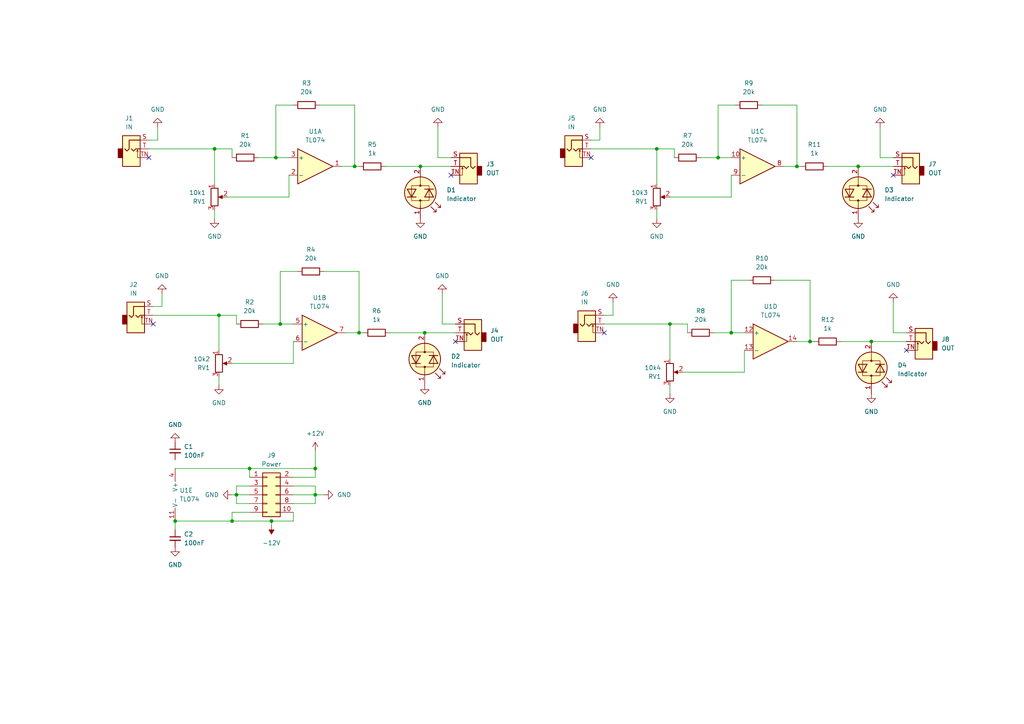
<source format=kicad_sch>
(kicad_sch (version 20211123) (generator eeschema)
  (paper "A4")
  (lib_symbols
    (symbol "Amplifier_Operational:TL074" (pin_names (offset 0.127))
      (property "Reference" "U" (at 0 5.08 0))
      (property "Value" "TL074" (at 0 -5.08 0))
      (symbol "TL074_1_1"
        (polyline (pts (xy -5.08 5.08) (xy 5.08 0) (xy -5.08 -5.08) (xy -5.08 5.08)) (stroke (width 0.254)) (fill (type background)))
        (pin output line (at 7.62 0 180) (length 2.54) (name "~") (number "1"))
        (pin input line (at -7.62 -2.54 0) (length 2.54) (name "-") (number "2"))
        (pin input line (at -7.62 2.54 0) (length 2.54) (name "+") (number "3"))
      )
      (symbol "TL074_2_1"
        (polyline (pts (xy -5.08 5.08) (xy 5.08 0) (xy -5.08 -5.08) (xy -5.08 5.08)) (stroke (width 0.254)) (fill (type background)))
        (pin input line (at -7.62 2.54 0) (length 2.54) (name "+") (number "5"))
        (pin input line (at -7.62 -2.54 0) (length 2.54) (name "-") (number "6"))
        (pin output line (at 7.62 0 180) (length 2.54) (name "~") (number "7"))
      )
      (symbol "TL074_3_1"
        (polyline (pts (xy -5.08 5.08) (xy 5.08 0) (xy -5.08 -5.08) (xy -5.08 5.08)) (stroke (width 0.254)) (fill (type background)))
        (pin input line (at -7.62 2.54 0) (length 2.54) (name "+") (number "10"))
        (pin output line (at 7.62 0 180) (length 2.54) (name "~") (number "8"))
        (pin input line (at -7.62 -2.54 0) (length 2.54) (name "-") (number "9"))
      )
      (symbol "TL074_4_1"
        (polyline (pts (xy -5.08 5.08) (xy 5.08 0) (xy -5.08 -5.08) (xy -5.08 5.08)) (stroke (width 0.254)) (fill (type background)))
        (pin input line (at -7.62 2.54 0) (length 2.54) (name "+") (number "12"))
        (pin input line (at -7.62 -2.54 0) (length 2.54) (name "-") (number "13"))
        (pin output line (at 7.62 0 180) (length 2.54) (name "~") (number "14"))
      )
      (symbol "TL074_5_1"
        (pin power_in line (at -2.54 -7.62 90) (length 3.81) (name "V-") (number "11"))
        (pin power_in line (at -2.54 7.62 270) (length 3.81) (name "V+") (number "4"))
      )
    )
    (symbol "Connector:AudioJack2_SwitchT"
      (property "Reference" "J" (at 0 8.89 0))
      (property "Value" "AudioJack2_SwitchT" (at 0 6.35 0))
      (symbol "AudioJack2_SwitchT_0_1"
        (rectangle (start -2.54 0) (end -3.81 -2.54) (stroke (width 0.254)) (fill (type outline)))
        (polyline (pts (xy 1.778 -0.254) (xy 2.032 -0.762)))
        (polyline (pts (xy 0 0) (xy 0.635 -0.635) (xy 1.27 0) (xy 2.54 0)) (stroke (width 0.254)))
        (polyline (pts (xy 2.54 -2.54) (xy 1.778 -2.54) (xy 1.778 -0.254) (xy 1.524 -0.762)))
        (polyline (pts (xy 2.54 2.54) (xy -0.635 2.54) (xy -0.635 0) (xy -1.27 -0.635) (xy -1.905 0)) (stroke (width 0.254)))
        (rectangle (start 2.54 3.81) (end -2.54 -5.08) (stroke (width 0.254)) (fill (type background)))
      )
      (symbol "AudioJack2_SwitchT_1_1"
        (pin passive line (at 5.08 2.54 180) (length 2.54) (name "~") (number "S"))
        (pin passive line (at 5.08 0 180) (length 2.54) (name "~") (number "T"))
        (pin passive line (at 5.08 -2.54 180) (length 2.54) (name "~") (number "TN"))
      )
    )
    (symbol "Connector_Generic:Conn_02x05_Odd_Even" (pin_names (offset 1.016) hide)
      (property "Reference" "J" (at 1.27 7.62 0))
      (property "Value" "Conn_02x05_Odd_Even" (at 1.27 -7.62 0))
      (symbol "Conn_02x05_Odd_Even_1_1"
        (rectangle (start -1.27 -4.953) (end 0 -5.207) (stroke (width 0.1524)))
        (rectangle (start -1.27 -2.413) (end 0 -2.667) (stroke (width 0.1524)))
        (rectangle (start -1.27 0.127) (end 0 -0.127) (stroke (width 0.1524)))
        (rectangle (start -1.27 2.667) (end 0 2.413) (stroke (width 0.1524)))
        (rectangle (start -1.27 5.207) (end 0 4.953) (stroke (width 0.1524)))
        (rectangle (start -1.27 6.35) (end 3.81 -6.35) (stroke (width 0.254)) (fill (type background)))
        (rectangle (start 3.81 -4.953) (end 2.54 -5.207) (stroke (width 0.1524)))
        (rectangle (start 3.81 -2.413) (end 2.54 -2.667) (stroke (width 0.1524)))
        (rectangle (start 3.81 0.127) (end 2.54 -0.127) (stroke (width 0.1524)))
        (rectangle (start 3.81 2.667) (end 2.54 2.413) (stroke (width 0.1524)))
        (rectangle (start 3.81 5.207) (end 2.54 4.953) (stroke (width 0.1524)))
        (pin passive line (at -5.08 5.08 0) (length 3.81) (name "Pin_1") (number "1"))
        (pin passive line (at 7.62 -5.08 180) (length 3.81) (name "Pin_10") (number "10"))
        (pin passive line (at 7.62 5.08 180) (length 3.81) (name "Pin_2") (number "2"))
        (pin passive line (at -5.08 2.54 0) (length 3.81) (name "Pin_3") (number "3"))
        (pin passive line (at 7.62 2.54 180) (length 3.81) (name "Pin_4") (number "4"))
        (pin passive line (at -5.08 0 0) (length 3.81) (name "Pin_5") (number "5"))
        (pin passive line (at 7.62 0 180) (length 3.81) (name "Pin_6") (number "6"))
        (pin passive line (at -5.08 -2.54 0) (length 3.81) (name "Pin_7") (number "7"))
        (pin passive line (at 7.62 -2.54 180) (length 3.81) (name "Pin_8") (number "8"))
        (pin passive line (at -5.08 -5.08 0) (length 3.81) (name "Pin_9") (number "9"))
      )
    )
    (symbol "Device:C_Small" (pin_numbers hide) (pin_names (offset 0.254) hide)
      (property "Reference" "C" (at 0.254 1.778 0))
      (property "Value" "C_Small" (at 0.254 -2.032 0))
      (symbol "C_Small_0_1"
        (polyline (pts (xy -1.524 -0.508) (xy 1.524 -0.508)) (stroke (width 0.3302)))
        (polyline (pts (xy -1.524 0.508) (xy 1.524 0.508)) (stroke (width 0.3048)))
      )
      (symbol "C_Small_1_1"
        (pin passive line (at 0 2.54 270) (length 2.032) (name "~") (number "1"))
        (pin passive line (at 0 -2.54 90) (length 2.032) (name "~") (number "2"))
      )
    )
    (symbol "Device:LED_Dual_Bidirectional" (pin_names (offset 0) hide)
      (property "Reference" "D" (at 0 5.715 0))
      (property "Value" "LED_Dual_Bidirectional" (at 0 -6.35 0))
      (symbol "LED_Dual_Bidirectional_0_1"
        (circle (center -2.032 0) (radius 0.254) (fill (type outline)))
        (polyline (pts (xy -4.572 0) (xy -2.54 0)))
        (polyline (pts (xy -2.032 0) (xy -2.54 0)))
        (polyline (pts (xy -1.016 3.81) (xy -1.016 1.27)) (stroke (width 0.254)))
        (polyline (pts (xy 1.27 -1.27) (xy 1.27 -3.81)) (stroke (width 0.254)))
        (polyline (pts (xy 4.064 0) (xy 2.286 0)) (fill (type outline)))
        (polyline (pts (xy 4.318 5.842) (xy 4.318 5.08)) (stroke (width 0.2032)))
        (polyline (pts (xy 5.588 4.572) (xy 5.588 3.81)) (stroke (width 0.2032)))
        (polyline (pts (xy 2.794 4.318) (xy 4.318 5.842) (xy 3.556 5.842)) (stroke (width 0.2032)))
        (polyline (pts (xy 4.064 3.048) (xy 5.588 4.572) (xy 4.826 4.572)) (stroke (width 0.2032)))
        (polyline (pts (xy -1.016 -1.27) (xy -1.016 -3.81) (xy 1.27 -2.54) (xy -1.016 -1.27)) (stroke (width 0.254)))
        (polyline (pts (xy 1.27 3.81) (xy 1.27 1.27) (xy -1.016 2.54) (xy 1.27 3.81)) (stroke (width 0.254)))
        (polyline (pts (xy 2.286 2.54) (xy -2.032 2.54) (xy -2.032 -2.54) (xy 2.286 -2.54) (xy 2.286 2.54)))
        (circle (center 0 0) (radius 4.572) (stroke (width 0.254)) (fill (type background)))
        (circle (center 2.286 0) (radius 0.254) (fill (type outline)))
      )
      (symbol "LED_Dual_Bidirectional_1_1"
        (pin input line (at 7.62 0 180) (length 3.81) (name "KA") (number "1"))
        (pin input line (at -7.62 0 0) (length 3.048) (name "AK") (number "2"))
      )
    )
    (symbol "Device:R" (pin_numbers hide) (pin_names (offset 0))
      (property "Reference" "R" (at 2.032 0 90))
      (property "Value" "R" (at 0 0 90))
      (symbol "R_0_1"
        (rectangle (start -1.016 -2.54) (end 1.016 2.54) (stroke (width 0.254)))
      )
      (symbol "R_1_1"
        (pin passive line (at 0 3.81 270) (length 1.27) (name "~") (number "1"))
        (pin passive line (at 0 -3.81 90) (length 1.27) (name "~") (number "2"))
      )
    )
    (symbol "Device:R_Potentiometer" (pin_names (offset 1.016) hide)
      (property "Reference" "RV" (at -4.445 0 90))
      (property "Value" "R_Potentiometer" (at -2.54 0 90))
      (symbol "R_Potentiometer_0_1"
        (polyline (pts (xy 2.54 0) (xy 1.524 0)))
        (polyline (pts (xy 1.143 0) (xy 2.286 0.508) (xy 2.286 -0.508) (xy 1.143 0)) (fill (type outline)))
        (rectangle (start 1.016 2.54) (end -1.016 -2.54) (stroke (width 0.254)))
      )
      (symbol "R_Potentiometer_1_1"
        (pin passive line (at 0 3.81 270) (length 1.27) (name "1") (number "1"))
        (pin passive line (at 3.81 0 180) (length 1.27) (name "2") (number "2"))
        (pin passive line (at 0 -3.81 90) (length 1.27) (name "3") (number "3"))
      )
    )
    (symbol "power:+12V" (power) (pin_names (offset 0))
      (property "Value" "+12V" (at 0 3.556 0))
      (symbol "+12V_0_1"
        (polyline (pts (xy -0.762 1.27) (xy 0 2.54)))
        (polyline (pts (xy 0 0) (xy 0 2.54)))
        (polyline (pts (xy 0 2.54) (xy 0.762 1.27)))
      )
      (symbol "+12V_1_1"
        (pin power_in line (at 0 0 90) (length 0) hide (name "+12V") (number "1"))
      )
    )
    (symbol "power:-12V" (power) (pin_names (offset 0))
      (property "Value" "-12V" (at 0 3.81 0))
      (symbol "-12V_0_0"
        (pin power_in line (at 0 0 90) (length 0) hide (name "-12V") (number "1"))
      )
      (symbol "-12V_0_1"
        (polyline (pts (xy 0 0) (xy 0 1.27) (xy 0.762 1.27) (xy 0 2.54) (xy -0.762 1.27) (xy 0 1.27)) (fill (type outline)))
      )
    )
    (symbol "power:GND" (power) (pin_names (offset 0))
      (property "Value" "GND" (at 0 -3.81 0))
      (symbol "GND_0_1"
        (polyline (pts (xy 0 0) (xy 0 -1.27) (xy 1.27 -1.27) (xy 0 -2.54) (xy -1.27 -1.27) (xy 0 -1.27)))
      )
      (symbol "GND_1_1"
        (pin power_in line (at 0 0 270) (length 0) hide (name "GND") (number "1"))
      )
    )
  )
  (junction (at 80.01 45.72))
  (junction (at 91.44 143.51))
  (junction (at 123.19 96.52))
  (junction (at 72.39 135.89))
  (junction (at 231.14 48.26))
  (junction (at 104.14 96.52))
  (junction (at 252.73 99.06))
  (junction (at 102.87 48.26))
  (junction (at 121.92 48.26))
  (junction (at 62.23 43.18))
  (junction (at 194.31 93.98))
  (junction (at 190.5 43.18))
  (junction (at 50.8 151.13))
  (junction (at 67.31 151.13))
  (junction (at 63.5 91.44))
  (junction (at 68.58 143.51))
  (junction (at 78.74 151.13))
  (junction (at 91.44 135.89))
  (junction (at 234.95 99.06))
  (junction (at 212.09 96.52))
  (junction (at 248.92 48.26))
  (junction (at 208.28 45.72))
  (junction (at 81.28 93.98))
  (no_connect (at 259.08 50.8))
  (no_connect (at 171.45 45.72))
  (no_connect (at 44.45 93.98))
  (no_connect (at 43.18 45.72))
  (no_connect (at 132.08 99.06))
  (no_connect (at 175.26 96.52))
  (no_connect (at 262.89 101.6))
  (no_connect (at 130.81 50.8))
  (wire (pts (xy 72.39 146.05) (xy 68.58 146.05)))
  (wire (pts (xy 76.2 93.98) (xy 81.28 93.98)))
  (wire (pts (xy 175.26 93.98) (xy 194.31 93.98)))
  (wire (pts (xy 173.99 40.64) (xy 173.99 36.83)))
  (wire (pts (xy 198.12 107.95) (xy 215.9 107.95)))
  (wire (pts (xy 231.14 30.48) (xy 231.14 48.26)))
  (wire (pts (xy 91.44 138.43) (xy 91.44 135.89)))
  (wire (pts (xy 92.71 30.48) (xy 102.87 30.48)))
  (wire (pts (xy 190.5 43.18) (xy 190.5 53.34)))
  (wire (pts (xy 91.44 135.89) (xy 91.44 130.81)))
  (wire (pts (xy 74.93 45.72) (xy 80.01 45.72)))
  (wire (pts (xy 220.98 30.48) (xy 231.14 30.48)))
  (wire (pts (xy 63.5 109.22) (xy 63.5 111.76)))
  (wire (pts (xy 175.26 91.44) (xy 177.8 91.44)))
  (wire (pts (xy 194.31 111.76) (xy 194.31 114.3)))
  (wire (pts (xy 231.14 99.06) (xy 234.95 99.06)))
  (wire (pts (xy 111.76 48.26) (xy 121.92 48.26)))
  (wire (pts (xy 127 45.72) (xy 130.81 45.72)))
  (wire (pts (xy 171.45 40.64) (xy 173.99 40.64)))
  (wire (pts (xy 62.23 60.96) (xy 62.23 63.5)))
  (wire (pts (xy 128.27 93.98) (xy 132.08 93.98)))
  (wire (pts (xy 67.31 151.13) (xy 78.74 151.13)))
  (wire (pts (xy 248.92 48.26) (xy 259.08 48.26)))
  (wire (pts (xy 91.44 146.05) (xy 91.44 143.51)))
  (wire (pts (xy 194.31 93.98) (xy 194.31 104.14)))
  (wire (pts (xy 113.03 96.52) (xy 123.19 96.52)))
  (wire (pts (xy 78.74 151.13) (xy 78.74 152.4)))
  (wire (pts (xy 63.5 91.44) (xy 63.5 101.6)))
  (wire (pts (xy 85.09 138.43) (xy 91.44 138.43)))
  (wire (pts (xy 171.45 43.18) (xy 190.5 43.18)))
  (wire (pts (xy 240.03 48.26) (xy 248.92 48.26)))
  (wire (pts (xy 78.74 151.13) (xy 85.09 151.13)))
  (wire (pts (xy 212.09 57.15) (xy 212.09 50.8)))
  (wire (pts (xy 63.5 91.44) (xy 68.58 91.44)))
  (wire (pts (xy 100.33 96.52) (xy 104.14 96.52)))
  (wire (pts (xy 85.09 143.51) (xy 91.44 143.51)))
  (wire (pts (xy 252.73 99.06) (xy 262.89 99.06)))
  (wire (pts (xy 215.9 107.95) (xy 215.9 101.6)))
  (wire (pts (xy 227.33 48.26) (xy 231.14 48.26)))
  (wire (pts (xy 199.39 93.98) (xy 199.39 96.52)))
  (wire (pts (xy 177.8 91.44) (xy 177.8 87.63)))
  (wire (pts (xy 66.04 57.15) (xy 83.82 57.15)))
  (wire (pts (xy 123.19 96.52) (xy 132.08 96.52)))
  (wire (pts (xy 72.39 140.97) (xy 68.58 140.97)))
  (wire (pts (xy 85.09 30.48) (xy 80.01 30.48)))
  (wire (pts (xy 85.09 146.05) (xy 91.44 146.05)))
  (wire (pts (xy 102.87 48.26) (xy 104.14 48.26)))
  (wire (pts (xy 259.08 87.63) (xy 259.08 96.52)))
  (wire (pts (xy 85.09 105.41) (xy 85.09 99.06)))
  (wire (pts (xy 50.8 151.13) (xy 50.8 153.67)))
  (wire (pts (xy 67.31 148.59) (xy 67.31 151.13)))
  (wire (pts (xy 234.95 81.28) (xy 234.95 99.06)))
  (wire (pts (xy 62.23 43.18) (xy 62.23 53.34)))
  (wire (pts (xy 50.8 135.89) (xy 72.39 135.89)))
  (wire (pts (xy 44.45 88.9) (xy 46.99 88.9)))
  (wire (pts (xy 68.58 143.51) (xy 72.39 143.51)))
  (wire (pts (xy 80.01 45.72) (xy 83.82 45.72)))
  (wire (pts (xy 68.58 146.05) (xy 68.58 143.51)))
  (wire (pts (xy 234.95 99.06) (xy 236.22 99.06)))
  (wire (pts (xy 43.18 40.64) (xy 45.72 40.64)))
  (wire (pts (xy 224.79 81.28) (xy 234.95 81.28)))
  (wire (pts (xy 62.23 43.18) (xy 67.31 43.18)))
  (wire (pts (xy 104.14 78.74) (xy 104.14 96.52)))
  (wire (pts (xy 190.5 60.96) (xy 190.5 63.5)))
  (wire (pts (xy 128.27 85.09) (xy 128.27 93.98)))
  (wire (pts (xy 259.08 96.52) (xy 262.89 96.52)))
  (wire (pts (xy 255.27 45.72) (xy 259.08 45.72)))
  (wire (pts (xy 85.09 151.13) (xy 85.09 148.59)))
  (wire (pts (xy 217.17 81.28) (xy 212.09 81.28)))
  (wire (pts (xy 46.99 88.9) (xy 46.99 85.09)))
  (wire (pts (xy 212.09 81.28) (xy 212.09 96.52)))
  (wire (pts (xy 127 36.83) (xy 127 45.72)))
  (wire (pts (xy 243.84 99.06) (xy 252.73 99.06)))
  (wire (pts (xy 121.92 48.26) (xy 130.81 48.26)))
  (wire (pts (xy 44.45 91.44) (xy 63.5 91.44)))
  (wire (pts (xy 207.01 96.52) (xy 212.09 96.52)))
  (wire (pts (xy 194.31 57.15) (xy 212.09 57.15)))
  (wire (pts (xy 80.01 30.48) (xy 80.01 45.72)))
  (wire (pts (xy 91.44 140.97) (xy 91.44 143.51)))
  (wire (pts (xy 99.06 48.26) (xy 102.87 48.26)))
  (wire (pts (xy 81.28 78.74) (xy 81.28 93.98)))
  (wire (pts (xy 194.31 93.98) (xy 199.39 93.98)))
  (wire (pts (xy 45.72 40.64) (xy 45.72 36.83)))
  (wire (pts (xy 67.31 43.18) (xy 67.31 45.72)))
  (wire (pts (xy 212.09 96.52) (xy 215.9 96.52)))
  (wire (pts (xy 255.27 36.83) (xy 255.27 45.72)))
  (wire (pts (xy 190.5 43.18) (xy 195.58 43.18)))
  (wire (pts (xy 68.58 140.97) (xy 68.58 143.51)))
  (wire (pts (xy 67.31 105.41) (xy 85.09 105.41)))
  (wire (pts (xy 231.14 48.26) (xy 232.41 48.26)))
  (wire (pts (xy 86.36 78.74) (xy 81.28 78.74)))
  (wire (pts (xy 208.28 45.72) (xy 212.09 45.72)))
  (wire (pts (xy 203.2 45.72) (xy 208.28 45.72)))
  (wire (pts (xy 213.36 30.48) (xy 208.28 30.48)))
  (wire (pts (xy 68.58 91.44) (xy 68.58 93.98)))
  (wire (pts (xy 195.58 43.18) (xy 195.58 45.72)))
  (wire (pts (xy 93.98 78.74) (xy 104.14 78.74)))
  (wire (pts (xy 85.09 140.97) (xy 91.44 140.97)))
  (wire (pts (xy 208.28 30.48) (xy 208.28 45.72)))
  (wire (pts (xy 43.18 43.18) (xy 62.23 43.18)))
  (wire (pts (xy 81.28 93.98) (xy 85.09 93.98)))
  (wire (pts (xy 50.8 151.13) (xy 67.31 151.13)))
  (wire (pts (xy 72.39 135.89) (xy 72.39 138.43)))
  (wire (pts (xy 104.14 96.52) (xy 105.41 96.52)))
  (wire (pts (xy 83.82 57.15) (xy 83.82 50.8)))
  (wire (pts (xy 102.87 30.48) (xy 102.87 48.26)))
  (wire (pts (xy 72.39 148.59) (xy 67.31 148.59)))
  (wire (pts (xy 72.39 135.89) (xy 91.44 135.89)))
  (wire (pts (xy 67.31 143.51) (xy 68.58 143.51)))
  (wire (pts (xy 91.44 143.51) (xy 93.98 143.51)))
  (symbol (lib_id "Device:R") (at 236.22 48.26 90) (unit 1)
    (property "Reference" "R11" (at 236.22 41.91 90))
    (property "Value" "1k" (at 236.22 44.45 90))
  )
  (symbol (lib_id "Connector:AudioJack2_SwitchT") (at 166.37 43.18 0) (unit 1)
    (property "Reference" "J5" (at 165.735 34.29 0))
    (property "Value" "IN" (at 165.735 36.83 0))
    (property "Footprint" "AudioJacks:Jack_3.5mm_QingPu_WQP-PJ398SM_Vertical" (effects hide))
  )
  (symbol (lib_id "power:+12V") (at 91.44 130.81 0) (unit 1)
    (property "Reference" "#PWR017" (effects hide))
    (property "Value" "+12V" (at 91.44 125.73 0))
  )
  (symbol (lib_id "Amplifier_Operational:TL074") (at 92.71 96.52 0) (unit 2)
    (property "Reference" "U1" (at 92.71 86.36 0))
    (property "Value" "TL074" (at 92.71 88.9 0))
    (property "Datasheet" "http://www.ti.com/lit/ds/symlink/tl071.pdf" (effects hide))
  )
  (symbol (lib_id "Connector:AudioJack2_SwitchT") (at 38.1 43.18 0) (unit 1)
    (property "Reference" "J1" (at 37.465 34.29 0))
    (property "Value" "IN" (at 37.465 36.83 0))
    (property "Footprint" "AudioJacks:Jack_3.5mm_QingPu_WQP-PJ398SM_Vertical" (effects hide))
  )
  (symbol (lib_id "power:GND") (at 93.98 143.51 90) (unit 1)
    (property "Reference" "#PWR018" (effects hide))
    (property "Value" "GND" (at 97.79 143.5099 90) (effects (justify right)))
  )
  (symbol (lib_id "Device:R") (at 107.95 48.26 90) (unit 1)
    (property "Reference" "R5" (at 107.95 41.91 90))
    (property "Value" "1k" (at 107.95 44.45 90))
  )
  (symbol (lib_id "power:GND") (at 255.27 36.83 0) (mirror x) (unit 1)
    (property "Reference" "#PWR011" (effects hide))
    (property "Value" "GND" (at 255.27 31.75 0))
  )
  (symbol (lib_id "power:GND") (at 194.31 114.3 0) (unit 1)
    (property "Reference" "#PWR010" (effects hide))
    (property "Value" "GND" (at 194.31 119.38 0))
  )
  (symbol (lib_id "Connector:AudioJack2_SwitchT") (at 39.37 91.44 0) (unit 1)
    (property "Reference" "J2" (at 38.735 82.55 0))
    (property "Value" "IN" (at 38.735 85.09 0))
    (property "Footprint" "AudioJacks:Jack_3.5mm_QingPu_WQP-PJ398SM_Vertical" (effects hide))
  )
  (symbol (lib_id "Amplifier_Operational:TL074") (at 219.71 48.26 0) (unit 3)
    (property "Reference" "U1" (at 219.71 38.1 0))
    (property "Value" "TL074" (at 219.71 40.64 0))
    (property "Datasheet" "http://www.ti.com/lit/ds/symlink/tl071.pdf" (effects hide))
  )
  (symbol (lib_id "power:GND") (at 50.8 158.75 0) (unit 1)
    (property "Reference" "#PWR014" (effects hide))
    (property "Value" "GND" (at 50.8 163.83 0))
  )
  (symbol (lib_id "Device:LED_Dual_Bidirectional") (at 248.92 55.88 270) (unit 1)
    (property "Reference" "D3" (at 256.54 55.1052 90) (effects (justify left)))
    (property "Value" "Indicator" (at 256.54 57.6452 90) (effects (justify left)))
  )
  (symbol (lib_id "power:GND") (at 62.23 63.5 0) (unit 1)
    (property "Reference" "#PWR03" (effects hide))
    (property "Value" "GND" (at 62.23 68.58 0))
  )
  (symbol (lib_id "Connector:AudioJack2_SwitchT") (at 135.89 48.26 0) (mirror y) (unit 1)
    (property "Reference" "J3" (at 140.97 47.6249 0) (effects (justify right)))
    (property "Value" "OUT" (at 140.97 50.1649 0) (effects (justify right)))
    (property "Footprint" "AudioJacks:Jack_3.5mm_QingPu_WQP-PJ398SM_Vertical" (effects hide))
  )
  (symbol (lib_id "power:GND") (at 252.73 114.3 0) (unit 1)
    (property "Reference" "#PWR022" (effects hide))
    (property "Value" "GND" (at 252.73 119.38 0))
  )
  (symbol (lib_id "power:GND") (at 190.5 63.5 0) (unit 1)
    (property "Reference" "#PWR09" (effects hide))
    (property "Value" "GND" (at 190.5 68.58 0))
  )
  (symbol (lib_id "Device:R") (at 109.22 96.52 90) (unit 1)
    (property "Reference" "R6" (at 109.22 90.17 90))
    (property "Value" "1k" (at 109.22 92.71 90))
  )
  (symbol (lib_id "Device:LED_Dual_Bidirectional") (at 123.19 104.14 270) (unit 1)
    (property "Reference" "D2" (at 130.81 103.3652 90) (effects (justify left)))
    (property "Value" "Indicator" (at 130.81 105.9052 90) (effects (justify left)))
  )
  (symbol (lib_id "power:GND") (at 248.92 63.5 0) (unit 1)
    (property "Reference" "#PWR021" (effects hide))
    (property "Value" "GND" (at 248.92 68.58 0))
  )
  (symbol (lib_id "Device:R") (at 88.9 30.48 90) (unit 1)
    (property "Reference" "R3" (at 88.9 24.13 90))
    (property "Value" "20k" (at 88.9 26.67 90))
  )
  (symbol (lib_id "power:GND") (at 63.5 111.76 0) (unit 1)
    (property "Reference" "#PWR04" (effects hide))
    (property "Value" "GND" (at 63.5 116.84 0))
  )
  (symbol (lib_id "power:GND") (at 50.8 128.27 0) (mirror x) (unit 1)
    (property "Reference" "#PWR013" (effects hide))
    (property "Value" "GND" (at 50.8 123.19 0))
  )
  (symbol (lib_id "power:GND") (at 46.99 85.09 0) (mirror x) (unit 1)
    (property "Reference" "#PWR02" (effects hide))
    (property "Value" "GND" (at 46.99 80.01 0))
  )
  (symbol (lib_id "Connector:AudioJack2_SwitchT") (at 170.18 93.98 0) (unit 1)
    (property "Reference" "J6" (at 169.545 85.09 0))
    (property "Value" "IN" (at 169.545 87.63 0))
    (property "Footprint" "AudioJacks:Jack_3.5mm_QingPu_WQP-PJ398SM_Vertical" (effects hide))
  )
  (symbol (lib_id "power:GND") (at 127 36.83 0) (mirror x) (unit 1)
    (property "Reference" "#PWR05" (effects hide))
    (property "Value" "GND" (at 127 31.75 0))
  )
  (symbol (lib_id "Device:R") (at 199.39 45.72 270) (unit 1)
    (property "Reference" "R7" (at 199.39 39.37 90))
    (property "Value" "20k" (at 199.39 41.91 90))
  )
  (symbol (lib_id "Device:LED_Dual_Bidirectional") (at 252.73 106.68 270) (unit 1)
    (property "Reference" "D4" (at 260.35 105.9052 90) (effects (justify left)))
    (property "Value" "Indicator" (at 260.35 108.4452 90) (effects (justify left)))
  )
  (symbol (lib_id "power:GND") (at 173.99 36.83 0) (mirror x) (unit 1)
    (property "Reference" "#PWR07" (effects hide))
    (property "Value" "GND" (at 173.99 31.75 0))
  )
  (symbol (lib_id "power:-12V") (at 78.74 152.4 0) (mirror x) (unit 1)
    (property "Reference" "#PWR016" (effects hide))
    (property "Value" "-12V" (at 78.74 157.48 0))
  )
  (symbol (lib_id "Device:C_Small") (at 50.8 156.21 0) (unit 1)
    (property "Reference" "C2" (at 53.34 154.9462 0) (effects (justify left)))
    (property "Value" "100nF" (at 53.34 157.4862 0) (effects (justify left)))
  )
  (symbol (lib_id "Device:R") (at 90.17 78.74 90) (unit 1)
    (property "Reference" "R4" (at 90.17 72.39 90))
    (property "Value" "20k" (at 90.17 74.93 90))
  )
  (symbol (lib_id "Device:R") (at 220.98 81.28 90) (unit 1)
    (property "Reference" "R10" (at 220.98 74.93 90))
    (property "Value" "20k" (at 220.98 77.47 90))
  )
  (symbol (lib_id "power:GND") (at 67.31 143.51 270) (unit 1)
    (property "Reference" "#PWR015" (effects hide))
    (property "Value" "GND" (at 63.5 143.5099 90) (effects (justify right)))
  )
  (symbol (lib_id "Device:R") (at 240.03 99.06 90) (unit 1)
    (property "Reference" "R12" (at 240.03 92.71 90))
    (property "Value" "1k" (at 240.03 95.25 90))
  )
  (symbol (lib_id "Amplifier_Operational:TL074") (at 91.44 48.26 0) (unit 1)
    (property "Reference" "U1" (at 91.44 38.1 0))
    (property "Value" "TL074" (at 91.44 40.64 0))
    (property "Datasheet" "http://www.ti.com/lit/ds/symlink/tl071.pdf" (effects hide))
  )
  (symbol (lib_id "power:GND") (at 123.19 111.76 0) (unit 1)
    (property "Reference" "#PWR020" (effects hide))
    (property "Value" "GND" (at 123.19 116.84 0))
  )
  (symbol (lib_id "Connector:AudioJack2_SwitchT") (at 264.16 48.26 0) (mirror y) (unit 1)
    (property "Reference" "J7" (at 269.24 47.6249 0) (effects (justify right)))
    (property "Value" "OUT" (at 269.24 50.1649 0) (effects (justify right)))
    (property "Footprint" "AudioJacks:Jack_3.5mm_QingPu_WQP-PJ398SM_Vertical" (effects hide))
  )
  (symbol (lib_id "Amplifier_Operational:TL074") (at 223.52 99.06 0) (unit 4)
    (property "Reference" "U1" (at 223.52 88.9 0))
    (property "Value" "TL074" (at 223.52 91.44 0))
    (property "Datasheet" "http://www.ti.com/lit/ds/symlink/tl071.pdf" (effects hide))
  )
  (symbol (lib_id "Device:R_Potentiometer") (at 190.5 57.15 0) (unit 1)
    (property "Reference" "10k3" (at 187.96 55.8799 0) (effects (justify right)))
    (property "Value" "RV1" (at 187.96 58.4199 0) (effects (justify right)))
  )
  (symbol (lib_id "Connector:AudioJack2_SwitchT") (at 267.97 99.06 0) (mirror y) (unit 1)
    (property "Reference" "J8" (at 273.05 98.4249 0) (effects (justify right)))
    (property "Value" "OUT" (at 273.05 100.9649 0) (effects (justify right)))
    (property "Footprint" "AudioJacks:Jack_3.5mm_QingPu_WQP-PJ398SM_Vertical" (effects hide))
  )
  (symbol (lib_id "Connector_Generic:Conn_02x05_Odd_Even") (at 77.47 143.51 0) (unit 1)
    (property "Reference" "J9" (at 78.74 132.08 0))
    (property "Value" "Power" (at 78.74 134.62 0))
  )
  (symbol (lib_id "Device:R_Potentiometer") (at 63.5 105.41 0) (unit 1)
    (property "Reference" "10k2" (at 60.96 104.1399 0) (effects (justify right)))
    (property "Value" "RV1" (at 60.96 106.6799 0) (effects (justify right)))
  )
  (symbol (lib_id "Device:R") (at 71.12 45.72 270) (unit 1)
    (property "Reference" "R1" (at 71.12 39.37 90))
    (property "Value" "20k" (at 71.12 41.91 90))
  )
  (symbol (lib_id "Device:R_Potentiometer") (at 194.31 107.95 0) (unit 1)
    (property "Reference" "10k4" (at 191.77 106.6799 0) (effects (justify right)))
    (property "Value" "RV1" (at 191.77 109.2199 0) (effects (justify right)))
  )
  (symbol (lib_id "Device:LED_Dual_Bidirectional") (at 121.92 55.88 270) (unit 1)
    (property "Reference" "D1" (at 129.54 55.1052 90) (effects (justify left)))
    (property "Value" "Indicator" (at 129.54 57.6452 90) (effects (justify left)))
  )
  (symbol (lib_id "power:GND") (at 259.08 87.63 0) (mirror x) (unit 1)
    (property "Reference" "#PWR012" (effects hide))
    (property "Value" "GND" (at 259.08 82.55 0))
  )
  (symbol (lib_id "Device:C_Small") (at 50.8 130.81 0) (unit 1)
    (property "Reference" "C1" (at 53.34 129.5462 0) (effects (justify left)))
    (property "Value" "100nF" (at 53.34 132.0862 0) (effects (justify left)))
  )
  (symbol (lib_id "Device:R_Potentiometer") (at 62.23 57.15 0) (unit 1)
    (property "Reference" "10k1" (at 59.69 55.8799 0) (effects (justify right)))
    (property "Value" "RV1" (at 59.69 58.4199 0) (effects (justify right)))
  )
  (symbol (lib_id "Connector:AudioJack2_SwitchT") (at 137.16 96.52 0) (mirror y) (unit 1)
    (property "Reference" "J4" (at 142.24 95.8849 0) (effects (justify right)))
    (property "Value" "OUT" (at 142.24 98.4249 0) (effects (justify right)))
    (property "Footprint" "AudioJacks:Jack_3.5mm_QingPu_WQP-PJ398SM_Vertical" (effects hide))
  )
  (symbol (lib_id "power:GND") (at 45.72 36.83 0) (mirror x) (unit 1)
    (property "Reference" "#PWR01" (effects hide))
    (property "Value" "GND" (at 45.72 31.75 0))
  )
  (symbol (lib_id "Amplifier_Operational:TL074") (at 53.34 143.51 0) (unit 5)
    (property "Reference" "U1" (at 52.07 142.2399 0) (effects (justify left)))
    (property "Value" "TL074" (at 52.07 144.7799 0) (effects (justify left)))
    (property "Datasheet" "http://www.ti.com/lit/ds/symlink/tl071.pdf" (effects hide))
  )
  (symbol (lib_id "Device:R") (at 217.17 30.48 90) (unit 1)
    (property "Reference" "R9" (at 217.17 24.13 90))
    (property "Value" "20k" (at 217.17 26.67 90))
  )
  (symbol (lib_id "power:GND") (at 128.27 85.09 0) (mirror x) (unit 1)
    (property "Reference" "#PWR06" (effects hide))
    (property "Value" "GND" (at 128.27 80.01 0))
  )
  (symbol (lib_id "Device:R") (at 203.2 96.52 270) (unit 1)
    (property "Reference" "R8" (at 203.2 90.17 90))
    (property "Value" "20k" (at 203.2 92.71 90))
  )
  (symbol (lib_id "power:GND") (at 121.92 63.5 0) (unit 1)
    (property "Reference" "#PWR019" (effects hide))
    (property "Value" "GND" (at 121.92 68.58 0))
  )
  (symbol (lib_id "Device:R") (at 72.39 93.98 270) (unit 1)
    (property "Reference" "R2" (at 72.39 87.63 90))
    (property "Value" "20k" (at 72.39 90.17 90))
  )
  (symbol (lib_id "power:GND") (at 177.8 87.63 0) (mirror x) (unit 1)
    (property "Reference" "#PWR08" (effects hide))
    (property "Value" "GND" (at 177.8 82.55 0))
  )
)
</source>
